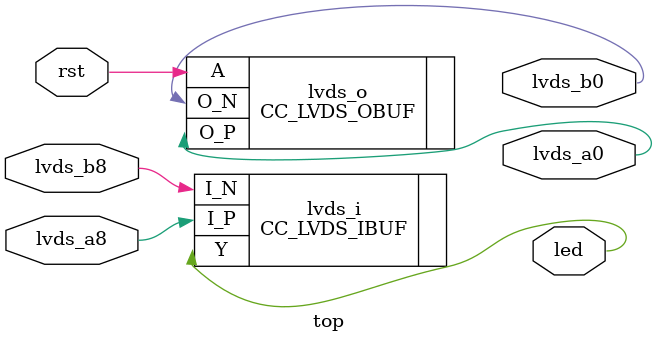
<source format=v>
module top(input rst, 
  output lvds_a0,
  output lvds_b0,

  input lvds_a8,
  input lvds_b8,
  output led);

  CC_LVDS_OBUF lvds_o (
    .O_P(lvds_a0),
    .O_N(lvds_b0),
    .A(rst)
  );

  CC_LVDS_IBUF lvds_i (
    .I_P(lvds_a8),
    .I_N(lvds_b8),
    .Y(led)
  );
endmodule

</source>
